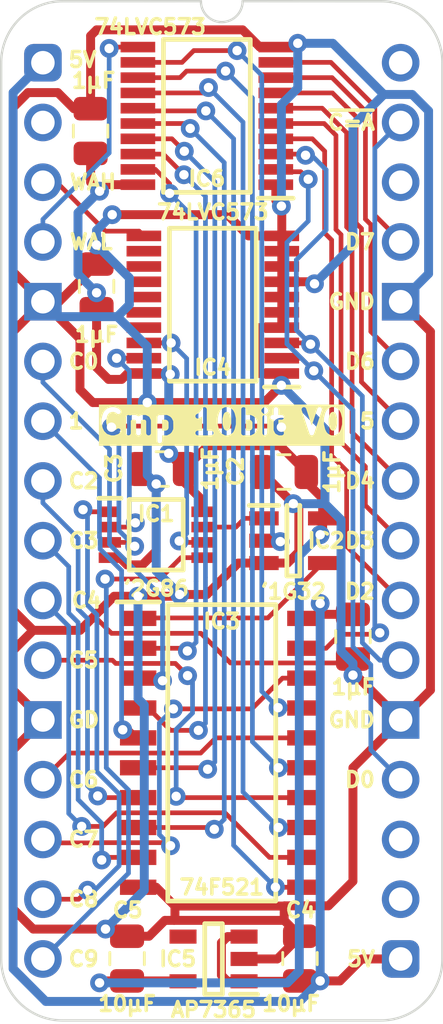
<source format=kicad_pcb>
(kicad_pcb (version 20240108) (generator "pcbnew") (generator_version "8.0")
  (title_block (title "Comparator 10bit") (date "2024-02-16") (rev "V0"))
  (layers (0 "F.Cu" signal) (31 "B.Cu" signal) (34 "B.Paste" user) (35 "F.Paste" user) (36 "B.SilkS" user "B.Silkscreen") (37 "F.SilkS" user "F.Silkscreen") (38 "B.Mask" user) (39 "F.Mask" user) (44 "Edge.Cuts" user))
  (net 0 "")
  (net 1 "GND")
  (net 2 "5V")
  (net 3 "/3.3V")
  (net 5 "C8")
  (net 6 "C9")
  (net 7 "~{C=A}")
  (net 8 "C2")
  (net 9 "C3")
  (net 10 "C0")
  (net 11 "C1")
  (net 12 "C7")
  (net 22 "C5")
  (net 23 "/A8")
  (net 24 "C4")
  (net 25 "/A9")
  (net 26 "/A0")
  (net 27 "C6")
  (net 28 "/A1")
  (net 29 "D1")
  (net 30 "/A2")
  (net 31 "D0")
  (net 32 "/A3")
  (net 33 "Write A High")
  (net 34 "/A4")
  (net 35 "D7")
  (net 36 "/A5")
  (net 37 "Write A Low")
  (net 38 "/A6")
  (net 39 "D3")
  (net 40 "/A7")
  (net 41 "D4")
  (net 42 "D2")
  (net 43 "D5")
  (net 44 "D6")
  (net 45 "/A9⊕C9")
  (net 46 "/A8⊕C8")
  (net 47 "/~{C_{8..9}=A_{8..9}}")
  (footprint "SamacSys_Parts:C_0805" (layer "F.Cu") (at 2.286 9.525)
    (property "Reference" "C11" (hide yes))
    (property "Value" "1μF")
  )
  (footprint "SamacSys_Parts:C_0805" (layer "F.Cu") (at 3.586 38.1)
    (property "Reference" "C5")
    (property "Value" "10µF")
  )
  (footprint "SamacSys_Parts:C_0805" (layer "F.Cu") (at 10.287 17.399 90)
    (property "Reference" "C2")
    (property "Value" "1μF")
  )
  (footprint "SamacSys_Parts:SOP65P640X110-20N" (layer "F.Cu") (at 6.985 2.26 180)
    (property "Reference" "IC6")
    (property "Value" "74LVC573APW,118" (hide yes))
  )
  (footprint "SamacSys_Parts:SOT95P275X110-5N" (layer "F.Cu") (at 10.668 20.32)
    (property "Reference" "IC2")
    (property "Value" "74LVC1G32GV,125" (hide yes))
  )
  (footprint "SamacSys_Parts:C_0805" (layer "F.Cu") (at 10.952 38.1)
    (property "Reference" "C4")
    (property "Value" "10µF")
  )
  (footprint "SamacSys_Parts:C_0805" (layer "F.Cu") (at 5.1 17.272 90)
    (property "Reference" "C3")
    (property "Value" "1μF")
  )
  (footprint "SamacSys_Parts:SOIC127P780X200-20N" (layer "F.Cu") (at 7.62 29.337)
    (property "Reference" "IC3")
    (property "Value" "SN74F521NSR" (hide yes))
  )
  (footprint "SamacSys_Parts:SOP65P640X110-20N" (layer "F.Cu") (at 7.239 10.287 180)
    (property "Reference" "IC4")
    (property "Value" "74LVC573APW,118" (hide yes))
  )
  (footprint "SamacSys_Parts:C_0805" (layer "F.Cu") (at 13.208 24.384 180)
    (property "Reference" "C12" (hide yes))
    (property "Value" "1μF")
  )
  (footprint "SamacSys_Parts:SOT95P285X130-5N" (layer "F.Cu") (at 7.269 38.1 180)
    (property "Reference" "IC5")
    (property "Value" "AP7365-33WG-7" (hide yes))
  )
  (footprint "SamacSys_Parts:DIP-32_Board_W15.24mm" (layer "F.Cu") (at 0 0)
    (property "Reference" "J1" (hide yes))
    (property "Value" "Conn_02x16_Counter_Clockwise" (hide yes))
    (fp_line (start -1.778 38.1) (end -1.778 0) (stroke (width 0.1)) (layer "Edge.Cuts"))
    (fp_line (start 6.731 -2.6162) (end 0.835732 -2.613732) (stroke (width 0.1)) (layer "Edge.Cuts"))
    (fp_line (start 14.404267 -2.613733) (end 8.509 -2.6162) (stroke (width 0.1)) (layer "Edge.Cuts"))
    (fp_line (start 14.404268 40.713732) (end 0.835733 40.713733) (stroke (width 0.1)) (layer "Edge.Cuts"))
    (fp_line (start 17.018 38.1) (end 17.017999 -0.000001) (stroke (width 0.1)) (layer "Edge.Cuts"))
    (fp_arc (start -1.778 0) (mid -1.012456 -1.848188) (end 0.835732 -2.613732) (stroke (width 0.1)) (layer "Edge.Cuts"))
    (fp_arc (start 0.835733 40.713733) (mid -1.012457 39.94819) (end -1.778 38.1) (stroke (width 0.1)) (layer "Edge.Cuts"))
    (fp_arc (start 8.509 -2.6162) (mid 7.62 -1.7272) (end 6.731 -2.6162) (stroke (width 0.1)) (layer "Edge.Cuts"))
    (fp_arc (start 14.404267 -2.613733) (mid 16.25245 -1.848186) (end 17.017999 -0.000001) (stroke (width 0.1)) (layer "Edge.Cuts"))
    (fp_arc (start 17.018 38.1) (mid 16.252456 39.948187) (end 14.404268 40.713732) (stroke (width 0.1)) (layer "Edge.Cuts"))
  )
  (footprint "SamacSys_Parts:SOP65P400X110-8N" (layer "F.Cu") (at 4.826 20.066)
    (property "Reference" "IC1")
    (property "Value" "74LVC2G86DP,125" (hide yes))
  )
  (footprint "SamacSys_Parts:C_0805" (layer "F.Cu") (at 2.032 2.921)
    (property "Reference" "C1" (hide yes))
    (property "Value" "1μF")
  )
  (footprint "SamacSys_Parts:PinHeader_1x16_P2.54mm_Vertical" (layer "B.Cu") (at 15.24 0 180)
    (property "Reference" "J3" (hide yes))
    (property "Value" "Pin_Header_01x16")
  )
  (footprint "SamacSys_Parts:PinHeader_1x16_P2.54mm_Vertical" (layer "B.Cu") (at 0 0 180)
    (property "Reference" "J2" (hide yes))
    (property "Value" "Pin_Header_01x16")
  )
  (gr_text "D0" (at 14.224 30.48 0) (layer "F.SilkS") (effects (font (size 0.635 0.635) (thickness 0.15) (bold yes)) (justify right)))
  (gr_text "D2" (at 14.224 22.479 0) (layer "F.SilkS") (effects (font (size 0.635 0.635) (thickness 0.15) (bold yes)) (justify right)))
  (gr_text "5" (at 14.224 15.24 0) (layer "F.SilkS") (effects (font (size 0.635 0.635) (thickness 0.15) (bold yes)) (justify right)))
  (gr_text "D6" (at 14.224 12.7 0) (layer "F.SilkS") (effects (font (size 0.635 0.635) (thickness 0.15) (bold yes)) (justify right)))
  (gr_text "C0" (at 1.016 12.7 0) (layer "F.SilkS") (effects (font (size 0.635 0.635) (thickness 0.15) (bold yes)) (justify left)))
  (gr_text "C2" (at 1.016 17.78 0) (layer "F.SilkS") (effects (font (size 0.635 0.635) (thickness 0.15) (bold yes)) (justify left)))
  (gr_text "C5" (at 1.016 25.4 0) (layer "F.SilkS") (effects (font (size 0.635 0.635) (thickness 0.15) (bold yes)) (justify left)))
  (gr_text "WAL" (at 1.0668 7.62 0) (layer "F.SilkS") (effects (font (size 0.635 0.635) (thickness 0.15) (bold yes)) (justify left)))
  (gr_text "C6" (at 1.016 30.48 0) (layer "F.SilkS") (effects (font (size 0.635 0.635) (thickness 0.15) (bold yes)) (justify left)))
  (gr_text "GND" (at 14.224 27.94 0) (layer "F.SilkS") (effects (font (size 0.635 0.635) (thickness 0.15) (bold yes)) (justify right)))
  (gr_text "C9" (at 1.016 38.1 0) (layer "F.SilkS") (effects (font (size 0.635 0.635) (thickness 0.15) (bold yes)) (justify left)))
  (gr_text "Cmp 10bit V0" (at 7.62 15.875 0) (layer "F.SilkS" knockout) (effects (font (size 1 1) (thickness 0.2) (bold yes)) (justify bottom)))
  (gr_text "D3\n" (at 14.224 20.32 0) (layer "F.SilkS") (effects (font (size 0.635 0.635) (thickness 0.15) (bold yes)) (justify right)))
  (gr_text "D4" (at 14.224 17.78 0) (layer "F.SilkS") (effects (font (size 0.635 0.635) (thickness 0.15) (bold yes)) (justify right)))
  (gr_text "WAH" (at 1.0668 5.08 0) (layer "F.SilkS") (effects (font (size 0.635 0.635) (thickness 0.15) (bold yes)) (justify left)))
  (gr_text "5V" (at 14.224 38.1 0) (layer "F.SilkS") (effects (font (size 0.635 0.635) (thickness 0.15) (bold yes)) (justify right)))
  (gr_text "GD" (at 1.016 27.94 0) (layer "F.SilkS") (effects (font (size 0.635 0.635) (thickness 0.15) (bold yes)) (justify left)))
  (gr_text "1" (at 1.016 15.24 0) (layer "F.SilkS") (effects (font (size 0.635 0.635) (thickness 0.15) (bold yes)) (justify left)))
  (gr_text "C3" (at 1.016 20.32 0) (layer "F.SilkS") (effects (font (size 0.635 0.635) (thickness 0.15) (bold yes)) (justify left)))
  (gr_text "C4" (at 1.143 22.86 0) (layer "F.SilkS") (effects (font (size 0.635 0.635) (thickness 0.15) (bold yes)) (justify left)))
  (gr_text "5V" (at 1.016 -0.127 0) (layer "F.SilkS") (effects (font (size 0.635 0.635) (thickness 0.15) (bold yes)) (justify left)))
  (gr_text "GND" (at 14.224 10.16 0) (layer "F.SilkS") (effects (font (size 0.635 0.635) (thickness 0.15) (bold yes)) (justify right)))
  (gr_text "C7" (at 1.016 33.02 0) (layer "F.SilkS") (effects (font (size 0.635 0.635) (thickness 0.15) (bold yes)) (justify left)))
  (gr_text "D7" (at 14.224 7.62 0) (layer "F.SilkS") (effects (font (size 0.635 0.635) (thickness 0.15) (bold yes)) (justify right)))
  (gr_text "C8" (at 1.016 35.56 0) (layer "F.SilkS") (effects (font (size 0.635 0.635) (thickness 0.15) (bold yes)) (justify left)))
  (gr_text "~{C=A}" (at 14.224 2.54 0) (layer "F.SilkS") (effects (font (size 0.635 0.635) (thickness 0.15) (bold yes)) (justify right)))
  (segment (start -0.635 1.27) (end 0.635 1.27) (width 0.38) (layer "F.Cu") (net 1))
  (segment (start -0.412915 36.83) (end 2.667 36.83) (width 0.38) (layer "F.Cu") (net 1))
  (segment (start 10.177 6.112994) (end 10.16 6.095994) (width 0.38) (layer "F.Cu") (net 1))
  (segment (start 9.923 5.858994) (end 10.16 6.095994) (width 0.38) (layer "F.Cu") (net 1))
  (segment (start 6.985 22.606) (end 5.824695 22.606) (width 0.38) (layer "F.Cu") (net 1))
  (segment (start 10.177 10.612) (end 10.177 9.962) (width 0.38) (layer "F.Cu") (net 1))
  (segment (start 0 10.16) (end 0.685 10.16) (width 0.38) (layer "F.Cu") (net 1))
  (segment (start 3.582406 21.34763) (end 4.236864 21.34763) (width 0.38) (layer "F.Cu") (net 1))
  (segment (start 10.177 13.699) (end 10.16 13.716) (width 0.38) (layer "F.Cu") (net 1))
  (segment (start 5.196 36.46) (end 5.588 36.46) (width 0.38) (layer "F.Cu") (net 1))
  (segment (start 2.286 8.559) (end 2.286 7.749884) (width 0.38) (layer "F.Cu") (net 1))
  (segment (start 0 10.16) (end -1.27 8.89) (width 0.38) (layer "F.Cu") (net 1))
  (segment (start 2.921 24.257) (end 2.189479 23.525479) (width 0.2) (layer "F.Cu") (net 1))
  (segment (start 2.286 -1.397) (end 8.509 -1.397) (width 0.38) (layer "F.Cu") (net 1))
  (segment (start 10.278 36.46) (end 10.278 35.851) (width 0.38) (layer "F.Cu") (net 1))
  (segment (start 4.134 17.272) (end 4.768519 17.906519) (width 0.38) (layer "F.Cu") (net 1))
  (segment (start 2.851 21.041) (end 3.275776 21.041) (width 0.38) (layer "F.Cu") (net 1))
  (segment (start 13.041 25.517) (end 7.991 25.517) (width 0.2) (layer "F.Cu") (net 1))
  (segment (start 10.668 18.746) (end 10.903 18.981) (width 0.38) (layer "F.Cu") (net 1))
  (segment (start 8.321 21.27) (end 6.985 22.606) (width 0.38) (layer "F.Cu") (net 1))
  (segment (start 10.952 37.134) (end 9.986 38.1) (width 0.38) (layer "F.Cu") (net 1))
  (segment (start 2.286 7.749884) (end 2.284877 7.748761) (width 0.38) (layer "F.Cu") (net 1))
  (segment (start 3.03426 22.680698) (end 4.052802 22.680698) (width 0.38) (layer "F.Cu") (net 1))
  (segment (start 15.24 10.16) (end 16.51 11.43) (width 0.38) (layer "F.Cu") (net 1))
  (segment (start 10.177 13.212) (end 9.0595 13.212) (width 0.38) (layer "F.Cu") (net 1))
  (segment (start 10.177 7.362) (end 10.177 6.112994) (width 0.38) (layer "F.Cu") (net 1))
  (segment (start -1.27 1.905) (end -0.635 1.27) (width 0.38) (layer "F.Cu") (net 1))
  (segment (start 9.0495 13.202) (end 9.0495 11.297) (width 0.38) (layer "F.Cu") (net 1))
  (segment (start 4.768519 17.906519) (end 4.826 17.906519) (width 0.38) (layer "F.Cu") (net 1))
  (segment (start 1.579 13.898) (end 2.1283 14.4473) (width 0.38) (layer "F.Cu") (net 1))
  (segment (start -1.27 29.21) (end -1.27 35.972915) (width 0.38) (layer "F.Cu") (net 1))
  (segment (start 2.032 1.955) (end 2.032 -1.143) (width 0.38) (layer "F.Cu") (net 1))
  (segment (start 4.445483 14.4473) (end 9.4287 14.4473) (width 0.38) (layer "F.Cu") (net 1))
  (segment (start 10.177 8.012) (end 10.177 7.362) (width 0.38) (layer "F.Cu") (net 1))
  (segment (start 9.923 -0.665) (end 10.698 -0.665) (width 0.38) (layer "F.Cu") (net 1))
  (segment (start 9.0595 13.212) (end 9.0495 13.202) (width 0.38) (layer "F.Cu") (net 1))
  (segment (start -0.412915 24.13) (end -1.27 23.272915) (width 0.38) (layer "F.Cu") (net 1))
  (segment (start 10.177 8.662) (end 10.177 8.012) (width 0.38) (layer "F.Cu") (net 1))
  (segment (start 9.0845 11.262) (end 10.177 11.262) (width 0.38) (layer "F.Cu") (net 1))
  (segment (start 1.584958 24.13) (end 3.03426 22.680698) (width 0.38) (layer "F.Cu") (net 1))
  (segment (start 10.177 9.962) (end 10.177 9.312) (width 0.38) (layer "F.Cu") (net 1))
  (segment (start 0.635 1.27) (end 1.32 1.955) (width 0.38) (layer "F.Cu") (net 1))
  (segment (start 10.903 18.981) (end 10.903 20.79) (width 0.38) (layer "F.Cu") (net 1))
  (segment (start 6.731 24.257) (end 2.921 24.257) (width 0.2) (layer "F.Cu") (net 1))
  (segment (start 4.052802 22.680698) (end 5.749997 22.680698) (width 0.38) (layer "F.Cu") (net 1))
  (segment (start 10.278 35.851) (end 10.287 35.842) (width 0.38) (layer "F.Cu") (net 1))
  (segment (start -1.27 35.972915) (end -0.412915 36.83) (width 0.38) (layer "F.Cu") (net 1))
  (segment (start 12.164 35.842) (end 13.208 34.798) (width 0.38) (layer "F.Cu") (net 1))
  (segment (start 0.685 10.16) (end 2.286 8.559) (width 0.38) (layer "F.Cu") (net 1))
  (segment (start 13.334998 26.034998) (end 13.208 26.034998) (width 0.38) (layer "F.Cu") (net 1))
  (segment (start -0.412915 24.13) (end 1.584958 24.13) (width 0.38) (layer "F.Cu") (net 1))
  (segment (start 10.903 20.79) (end 10.423 21.27) (width 0.38) (layer "F.Cu") (net 1))
  (segment (start 4.236864 21.34763) (end 4.826 20.758494) (width 0.38) (layer "F.Cu") (net 1))
  (segment (start 9.418 21.27) (end 8.321 21.27) (width 0.38) (layer "F.Cu") (net 1))
  (segment (start 10.177 9.312) (end 10.177 8.662) (width 0.38) (layer "F.Cu") (net 1))
  (segment (start 13.208 29.972) (end 13.208 34.798) (width 0.38) (layer "F.Cu") (net 1))
  (segment (start 10.278 36.46) (end 10.952 37.134) (width 0.38) (layer "F.Cu") (net 1))
  (segment (start 2.032 -1.143) (end 2.286 -1.397) (width 0.38) (layer "F.Cu") (net 1))
  (segment (start -1.27 24.987085) (end -1.27 26.67) (width 0.38) (layer "F.Cu") (net 1))
  (segment (start 10.287 35.842) (end 12.164 35.842) (width 0.38) (layer "F.Cu") (net 1))
  (segment (start 9.6645 7.362) (end 8.759 7.362) (width 0.38) (layer "F.Cu") (net 1))
  (segment (start 8.759 7.362) (end 7.856561 6.459561) (width 0.38) (layer "F.Cu") (net 1))
  (segment (start 5.588 36.46) (end 10.278 36.46) (width 0.38) (layer "F.Cu") (net 1))
  (segment (start 3.586 37.134) (end 4.522 37.134) (width 0.38) (layer "F.Cu") (net 1))
  (segment (start 5.625 36.423) (end 5.588 36.46) (width 0.38) (layer "F.Cu") (net 1))
  (segment (start 10.177 9.312) (end 11.483 9.312) (width 0.38) (layer "F.Cu") (net 1))
  (segment (start 10.698 -0.665) (end 10.8585 -0.8255) (width 0.38) (layer "F.Cu") (net 1))
  (segment (start 2.1283 14.4473) (end 4.445483 14.4473) (width 0.38) (layer "F.Cu") (net 1))
  (segment (start 3.275776 21.041) (end 3.582406 21.34763) (width 0.38) (layer "F.Cu") (net 1))
  (segment (start 0 27.94) (end -1.27 29.21) (width 0.38) (layer "F.Cu") (net 1))
  (segment (start 9.241 -0.665) (end 9.923 -0.665) (width 0.38) (layer "F.Cu") (net 1))
  (segment (start -0.412915 24.13) (end -1.27 24.987085) (width 0.38) (layer "F.Cu") (net 1))
  (segment (start 4.826 35.052) (end 5.625 35.851) (width 0.38) (layer "F.Cu") (net 1))
  (segment (start -1.27 26.67) (end 0 27.94) (width 0.38) (layer "F.Cu") (net 1))
  (segment (start 1.32 1.955) (end 2.032 1.955) (width 0.38) (layer "F.Cu") (net 1))
  (segment (start 7.856561 6.459561) (end 2.952774 6.459561) (width 0.38) (layer "F.Cu") (net 1))
  (segment (start 4.522 37.134) (end 5.196 36.46) (width 0.38) (layer "F.Cu") (net 1))
  (segment (start 8.509 -1.397) (end 9.241 -0.665) (width 0.38) (layer "F.Cu") (net 1))
  (segment (start 10.668 18.746) (end 9.321 17.399) (width 0.38) (layer "F.Cu") (net 1))
  (segment (start 5.625 35.851) (end 5.625 36.423) (width 0.38) (layer "F.Cu") (net 1))
  (segment (start 15.24 27.94) (end 13.208 29.972) (width 0.38) (layer "F.Cu") (net 1))
  (segment (start 16.51 11.43) (end 16.51 26.67) (width 0.38) (layer "F.Cu") (net 1))
  (segment (start 10.177 13.212) (end 10.177 13.699) (width 0.38) (layer "F.Cu") (net 1))
  (segment (start -1.27 11.43) (end 0 10.16) (width 0.38) (layer "F.Cu") (net 1))
  (segment (start 5.625 35.851) (end 10.278 35.851) (width 0.38) (layer "F.Cu") (net 1))
  (segment (start 9.4287 14.4473) (end 10.16 13.716) (width 0.38) (layer "F.Cu") (net 1))
  (segment (start 4.058 35.052) (end 4.826 35.052) (width 0.38) (layer "F.Cu") (net 1))
  (segment (start 9.923 5.185) (end 9.923 5.858994) (width 0.38) (layer "F.Cu") (net 1))
  (segment (start 10.177 11.262) (end 10.177 10.612) (width 0.38) (layer "F.Cu") (net 1))
  (segment (start 3.128 36.83) (end 2.667 36.83) (width 0.38) (layer "F.Cu") (net 1))
  (segment (start 0 10.16) (end 1.579 11.739) (width 0.38) (layer "F.Cu") (net 1))
  (segment (start 11.483 9.312) (end 11.569 9.398) (width 0.38) (layer "F.Cu") (net 1))
  (segment (start 7.991 25.517) (end 6.731 24.257) (width 0.2) (layer "F.Cu") (net 1))
  (segment (start 9.986 38.1) (end 8.569 38.1) (width 0.38) (layer "F.Cu") (net 1))
  (segment (start 15.24 27.94) (end 13.334998 26.034998) (width 0.38) (layer "F.Cu") (net 1))
  (segment (start 9.0495 11.297) (end 9.0845 11.262) (width 0.38) (layer "F.Cu") (net 1))
  (segment (start 10.423 21.27) (end 9.418 21.27) (width 0.38) (layer "F.Cu") (net 1))
  (segment (start 13.208 26.034998) (end 13.208 25.35) (width 0.38) (layer "F.Cu") (net 1))
  (segment (start 5.749997 22.680698) (end 5.824695 22.606) (width 0.38) (layer "F.Cu") (net 1))
  (segment (start 1.579 11.739) (end 1.579 13.898) (width 0.38) (layer "F.Cu") (net 1))
  (segment (start -1.27 8.89) (end -1.27 1.905) (width 0.38) (layer "F.Cu") (net 1))
  (segment (start 4.826 20.758494) (end 4.826 17.906519) (width 0.38) (layer "F.Cu") (net 1))
  (segment (start 16.51 26.67) (end 15.24 27.94) (width 0.38) (layer "F.Cu") (net 1))
  (segment (start -1.27 23.272915) (end -1.27 11.43) (width 0.38) (layer "F.Cu") (net 1))
  (via (at 5.824695 22.606) (size 0.8) (drill 0.4) (layers "F.Cu" "B.Cu") (net 1))
  (via (at 13.208 26.034998) (size 0.8) (drill 0.4) (layers "F.Cu" "B.Cu") (net 1))
  (via (at 4.052802 22.680698) (size 0.8) (drill 0.4) (layers "F.Cu" "B.Cu") (net 1))
  (via (at 4.826 17.906519) (size 0.8) (drill 0.4) (layers "F.Cu" "B.Cu") (net 1))
  (via (at 4.445483 14.4473) (size 0.8) (drill 0.4) (layers "F.Cu" "B.Cu") (net 1))
  (via (at 10.16 13.716) (size 0.8) (drill 0.4) (layers "F.Cu" "B.Cu") (net 1))
  (via (at 10.8585 -0.8255) (size 0.8) (drill 0.4) (layers "F.Cu" "B.Cu") (net 1))
  (via (at 2.667 36.83) (size 0.8) (drill 0.4) (layers "F.Cu" "B.Cu") (net 1))
  (via (at 10.668 18.746) (size 0.8) (drill 0.4) (layers "F.Cu" "B.Cu") (net 1))
  (via (at 2.952774 6.459561) (size 0.8) (drill 0.4) (layers "F.Cu" "B.Cu") (net 1))
  (via (at 11.569 9.398) (size 0.8) (drill 0.4) (layers "F.Cu" "B.Cu") (net 1))
  (via (at 2.284877 7.748761) (size 0.8) (drill 0.4) (layers "F.Cu" "B.Cu") (net 1))
  (via (at 10.16 6.095994) (size 0.8) (drill 0.4) (layers "F.Cu" "B.Cu") (net 1))
  (segment (start 10.668 18.746) (end 12.015 18.746) (width 0.38) (layer "B.Cu") (net 1))
  (segment (start 4.052802 22.680698) (end 4.052802 27.039802) (width 0.38) (layer "B.Cu") (net 1))
  (segment (start 12.7 25.019) (end 13.208 25.527) (width 0.38) (layer "B.Cu") (net 1))
  (segment (start 13.208 2.667) (end 13.208 7.759) (width 0.38) (layer "B.Cu") (net 1))
  (segment (start 12.7 19.431) (end 12.7 25.019) (width 0.38) (layer "B.Cu") (net 1))
  (segment (start 12.015 18.746) (end 12.015 15.571) (width 0.38) (layer "B.Cu") (net 1))
  (segment (start 4.445483 14.4473) (end 4.445483 17.526002) (width 0.38) (layer "B.Cu") (net 1))
  (segment (start 4.445483 17.526002) (end 4.826 17.906519) (width 0.38) (layer "B.Cu") (net 1))
  (segment (start 4.826 21.607305) (end 4.826 17.906519) (width 0.38) (layer "B.Cu") (net 1))
  (segment (start 15.24 10.16) (end 16.43 8.97) (width 0.38) (layer "B.Cu") (net 1))
  (segment (start 0.635 10.795) (end 3.175 10.795) (width 0.38) (layer "B.Cu") (net 1))
  (segment (start 13.208 25.527) (end 13.208 26.034998) (width 0.38) (layer "B.Cu") (net 1))
  (segment (start 16.43 2.047085) (end 15.732915 1.35) (width 0.38) (layer "B.Cu") (net 1))
  (segment (start 12.3495 -0.8255) (end 10.8585 -0.8255) (width 0.38) (layer "B.Cu") (net 1))
  (segment (start 10.16 6.095994) (end 10.16 1.778) (width 0.38) (layer "B.Cu") (net 1))
  (segment (start 3.175 10.795) (end 3.683 10.287) (width 0.38) (layer "B.Cu") (net 1))
  (segment (start 14.525 1.35) (end 13.208 2.667) (width 0.38) (layer "B.Cu") (net 1))
  (segment (start 5.824695 22.606) (end 4.826 21.607305) (width 0.38) (layer "B.Cu") (net 1))
  (segment (start 4.445483 14.4473) (end 4.445483 12.065483) (width 0.38) (layer "B.Cu") (net 1))
  (segment (start 13.208 7.759) (end 11.569 9.398) (width 0.38) (layer "B.Cu") (net 1))
  (segment (start 12.015 18.746) (end 12.7 19.431) (width 0.38) (layer "B.Cu") (net 1))
  (segment (start 12.015 15.571) (end 10.16 13.716) (width 0.38) (layer "B.Cu") (net 1))
  (segment (start 2.667 36.83) (end 4.318 35.179) (width 0.38) (layer "B.Cu") (net 1))
  (segment (start 4.445483 12.065483) (end 3.175 10.795) (width 0.38) (layer "B.Cu") (net 1))
  (segment (start 3.683 10.287) (end 3.683 9.146884) (width 0.38) (layer "B.Cu") (net 1))
  (segment (start 10.8585 1.0795) (end 10.8585 -0.8255) (width 0.38) (layer "B.Cu") (net 1))
  (segment (start 0 10.16) (end 0.635 10.795) (width 0.38) (layer "B.Cu") (net 1))
  (segment (start 10.16 1.778) (end 10.8585 1.0795) (width 0.38) (layer "B.Cu") (net 1))
  (segment (start 14.525 1.35) (end 12.3495 -0.8255) (width 0.38) (layer "B.Cu") (net 1))
  (segment (start 2.284877 7.127458) (end 2.284877 7.748761) (width 0.38) (layer "B.Cu") (net 1))
  (segment (start 15.732915 1.35) (end 14.525 1.35) (width 0.38) (layer "B.Cu") (net 1))
  (segment (start 4.052802 27.039802) (end 4.318 27.305) (width 0.38) (layer "B.Cu") (net 1))
  (segment (start 2.952774 6.459561) (end 2.284877 7.127458) (width 0.38) (layer "B.Cu") (net 1))
  (segment (start 3.683 9.146884) (end 2.284877 7.748761) (width 0.38) (layer "B.Cu") (net 1))
  (segment (start 16.43 8.97) (end 16.43 2.047085) (width 0.38) (layer "B.Cu") (net 1))
  (segment (start 4.318 35.179) (end 4.318 27.305) (width 0.38) (layer "B.Cu") (net 1))
  (segment (start 11.856 23.45) (end 11.811 23.495) (width 0.38) (layer "F.Cu") (net 2))
  (segment (start 13.589 38.1) (end 12.655 39.034) (width 0.38) (layer "F.Cu") (net 2))
  (segment (start 8.569 39.05) (end 7.864 39.05) (width 0.38) (layer "F.Cu") (net 2))
  (segment (start 7.604 38.79) (end 7.604 37.41) (width 0.38) (layer "F.Cu") (net 2))
  (segment (start 12.655 39.034) (end 11.811 39.034) (width 0.38) (layer "F.Cu") (net 2))
  (segment (start 11.811 23.495) (end 11.811 22.98699) (width 0.38) (layer "F.Cu") (net 2))
  (segment (start 10.952 39.034) (end 11.811 39.034) (width 0.38) (layer "F.Cu") (net 2))
  (segment (start 8.569 39.05) (end 10.936 39.05) (width 0.38) (layer "F.Cu") (net 2))
  (segment (start 15.24 38.1) (end 13.589 38.1) (width 0.38) (layer "F.Cu") (net 2))
  (segment (start 7.604 37.41) (end 7.864 37.15) (width 0.38) (layer "F.Cu") (net 2))
  (segment (start 7.864 37.15) (end 8.569 37.15) (width 0.38) (layer "F.Cu") (net 2))
  (segment (start 13.208 23.45) (end 11.856 23.45) (width 0.38) (layer "F.Cu") (net 2))
  (segment (start 7.864 39.05) (end 7.604 38.79) (width 0.38) (layer "F.Cu") (net 2))
  (via (at 11.811 39.034) (size 0.8) (drill 0.4) (layers "F.Cu" "B.Cu") (net 2))
  (via (at 11.811 22.98699) (size 0.8) (drill 0.4) (layers "F.Cu" "B.Cu") (net 2))
  (segment (start 11.811 39.034) (end 11.811 22.98699) (width 0.38) (layer "B.Cu") (net 2))
  (segment (start 10.939 39.906) (end 11.811 39.034) (width 0.38) (layer "B.Cu") (net 2))
  (segment (start 0.123085 39.906) (end 10.939 39.906) (width 0.38) (layer "B.Cu") (net 2))
  (segment (start 0 0) (end -1.27 1.27) (width 0.38) (layer "B.Cu") (net 2))
  (segment (start -1.27 38.512915) (end 0.123085 39.906) (width 0.38) (layer "B.Cu") (net 2))
  (segment (start -1.27 1.27) (end -1.27 38.512915) (width 0.38) (layer "B.Cu") (net 2))
  (segment (start 6.034 17.272) (end 7.022 16.284) (width 0.38) (layer "F.Cu") (net 3))
  (segment (start 4.047 5.185) (end 2.689 5.185) (width 0.38) (layer "F.Cu") (net 3))
  (segment (start 2.032 3.855) (end 2.032 5.08) (width 0.38) (layer "F.Cu") (net 3))
  (segment (start 2.689 5.185) (end 2.413 5.461) (width 0.38) (layer "F.Cu") (net 3))
  (segment (start 2.286 9.779026) (end 2.286026 9.779) (width 0.38) (layer "F.Cu") (net 3))
  (segment (start 2.286026 12.954) (end 2.794052 13.462026) (width 0.38) (layer "F.Cu") (net 3))
  (segment (start 2.495 39.034) (end 2.413 39.116) (width 0.38) (layer "F.Cu") (net 3))
  (segment (start 2.032 5.08) (end 2.413 5.461) (width 0.38) (layer "F.Cu") (net 3))
  (segment (start 6.801 18.612) (end 6.801 19.091) (width 0.38) (layer "F.Cu") (net 3))
  (segment (start 2.794052 13.462026) (end 3.357176 13.462026) (width 0.38) (layer "F.Cu") (net 3))
  (segment (start 3.607202 13.212) (end 4.301 13.212) (width 0.38) (layer "F.Cu") (net 3))
  (segment (start 10.106 16.284) (end 11.221 17.399) (width 0.38) (layer "F.Cu") (net 3))
  (segment (start 7.022 16.284) (end 10.106 16.284) (width 0.38) (layer "F.Cu") (net 3))
  (segment (start 11.221 17.825) (end 11.918 18.522) (width 0.38) (layer "F.Cu") (net 3))
  (segment (start 3.586 39.034) (end 5.953 39.034) (width 0.38) (layer "F.Cu") (net 3))
  (segment (start 6.023388 17.272) (end 5.361188 16.6098) (width 0.38) (layer "F.Cu") (net 3))
  (segment (start 2.286 10.459) (end 2.286 9.779026) (width 0.38) (layer "F.Cu") (net 3))
  (segment (start 5.390505 13.212) (end 4.301 13.212) (width 0.38) (layer "F.Cu") (net 3))
  (segment (start 2.286026 9.779) (end 2.286026 12.954) (width 0.38) (layer "F.Cu") (net 3))
  (segment (start 3.586 39.034) (end 2.495 39.034) (width 0.38) (layer "F.Cu") (net 3))
  (segment (start 5.424694 13.246189) (end 5.390505 13.212) (width 0.38) (layer "F.Cu") (net 3))
  (segment (start 11.918 19.958996) (end 11.810998 20.065998) (width 0.38) (layer "F.Cu") (net 3))
  (segment (start 6.034 17.845) (end 6.801 18.612) (width 0.38) (layer "F.Cu") (net 3))
  (segment (start 3.357176 13.462026) (end 3.607202 13.212) (width 0.38) (layer "F.Cu") (net 3))
  (segment (start 11.918 18.522) (end 11.918 19.37) (width 0.38) (layer "F.Cu") (net 3))
  (segment (start 6.034 17.272) (end 6.034 17.845) (width 0.38) (layer "F.Cu") (net 3))
  (segment (start 11.918 19.37) (end 11.918 19.958996) (width 0.38) (layer "F.Cu") (net 3))
  (via (at 5.424694 13.246189) (size 0.8) (drill 0.4) (layers "F.Cu" "B.Cu") (net 3))
  (via (at 2.413 39.116) (size 0.8) (drill 0.4) (layers "F.Cu" "B.Cu") (net 3))
  (via (at 2.286026 9.779) (size 0.8) (drill 0.4) (layers "F.Cu" "B.Cu") (net 3))
  (via (at 2.413 5.461) (size 0.8) (drill 0.4) (layers "F.Cu" "B.Cu") (net 3))
  (via (at 5.361188 16.6098) (size 0.8) (drill 0.4) (layers "F.Cu" "B.Cu") (net 3))
  (via (at 11.810998 20.065998) (size 0.8) (drill 0.4) (layers "F.Cu" "B.Cu") (net 3))
  (segment (start 10.922 20.954996) (end 11.810998 20.065998) (width 0.38) (layer "B.Cu") (net 3))
  (segment (start 10.922 38.608) (end 10.922 20.954996) (width 0.38) (layer "B.Cu") (net 3))
  (segment (start 10.414 39.116) (end 10.922 38.608) (width 0.38) (layer "B.Cu") (net 3))
  (segment (start 2.413 39.116) (end 10.414 39.116) (width 0.38) (layer "B.Cu") (net 3))
  (segment (start 5.361188 13.309695) (end 5.361188 16.6098) (width 0.38) (layer "B.Cu") (net 3))
  (segment (start 5.424694 13.246189) (end 5.361188 13.309695) (width 0.38) (layer "B.Cu") (net 3))
  (segment (start 1.494877 6.379123) (end 2.413 5.461) (width 0.38) (layer "B.Cu") (net 3))
  (segment (start 1.494877 8.987851) (end 1.494877 6.379123) (width 0.38) (layer "B.Cu") (net 3))
  (segment (start 2.286026 9.779) (end 1.494877 8.987851) (width 0.38) (layer "B.Cu") (net 3))
  (segment (start 0 35.56) (end 1.524 35.56) (width 0.2) (layer "F.Cu") (net 5))
  (segment (start 1.800949 19.091) (end 1.708998 18.999049) (width 0.2) (layer "F.Cu") (net 5))
  (segment (start 1.524 35.56) (end 1.905 35.179) (width 0.2) (layer "F.Cu") (net 5))
  (segment (start 2.851 19.091) (end 1.800949 19.091) (width 0.2) (layer "F.Cu") (net 5))
  (via (at 1.905 35.179) (size 0.8) (drill 0.4) (layers "F.Cu" "B.Cu") (net 5))
  (via (at 1.708998 18.999049) (size 0.8) (drill 0.4) (layers "F.Cu" "B.Cu") (net 5))
  (segment (start 2.20785 35.179) (end 3.245 34.14185) (width 0.2) (layer "B.Cu") (net 5))
  (segment (start 1.9 19.190051) (end 1.708998 18.999049) (width 0.2) (layer "B.Cu") (net 5))
  (segment (start 2.3 30.139048) (end 2.3 23.462943) (width 0.2) (layer "B.Cu") (net 5))
  (segment (start 1.9 23.062943) (end 1.9 19.190051) (width 0.2) (layer "B.Cu") (net 5))
  (segment (start 1.905 35.179) (end 2.20785 35.179) (width 0.2) (layer "B.Cu") (net 5))
  (segment (start 2.3 23.462943) (end 1.9 23.062943) (width 0.2) (layer "B.Cu") (net 5))
  (segment (start 3.245 34.14185) (end 3.245 31.084048) (width 0.2) (layer "B.Cu") (net 5))
  (segment (start 3.245 31.084048) (end 2.3 30.139048) (width 0.2) (layer "B.Cu") (net 5))
  (segment (start 4.974756 21.949244) (end 2.648484 21.949244) (width 0.2) (layer "F.Cu") (net 6))
  (segment (start 6.801 21.041) (end 5.883 21.041) (width 0.2) (layer "F.Cu") (net 6))
  (segment (start 5.883 21.041) (end 4.974756 21.949244) (width 0.2) (layer "F.Cu") (net 6))
  (via (at 2.648484 21.949244) (size 0.8) (drill 0.4) (layers "F.Cu" "B.Cu") (net 6))
  (segment (start 3.645 34.455) (end 3.645 30.918363) (width 0.2) (layer "B.Cu") (net 6))
  (segment (start 3.645 30.918363) (end 2.700001 29.973364) (width 0.2) (layer "B.Cu") (net 6))
  (segment (start 2.700001 22.000761) (end 2.648484 21.949244) (width 0.2) (layer "B.Cu") (net 6))
  (segment (start 2.700001 29.973364) (end 2.700001 22.000761) (width 0.2) (layer "B.Cu") (net 6))
  (segment (start 0 38.1) (end 3.645 34.455) (width 0.2) (layer "B.Cu") (net 6))
  (segment (start 12.65939 24.29761) (end 14.288934 24.29761) (width 0.2) (layer "F.Cu") (net 7))
  (segment (start 11.182 24.892) (end 12.065 24.892) (width 0.2) (layer "F.Cu") (net 7))
  (segment (start 12.065 24.892) (end 12.65939 24.29761) (width 0.2) (layer "F.Cu") (net 7))
  (segment (start 14.288934 24.29761) (end 14.351 24.235544) (width 0.2) (layer "F.Cu") (net 7))
  (via (at 14.351 24.235544) (size 0.8) (drill 0.4) (layers "F.Cu" "B.Cu") (net 7))
  (segment (start 14.14 24.024544) (end 14.351 24.235544) (width 0.2) (layer "B.Cu") (net 7))
  (segment (start 14.14 3.64) (end 14.14 24.024544) (width 0.2) (layer "B.Cu") (net 7))
  (segment (start 15.24 2.54) (end 14.14 3.64) (width 0.2) (layer "B.Cu") (net 7))
  (segment (start 2.406901 31.242) (end 2.336105 31.171204) (width 0.2) (layer "F.Cu") (net 8))
  (segment (start 4.058 31.242) (end 2.406901 31.242) (width 0.2) (layer "F.Cu") (net 8))
  (via (at 2.336105 31.171204) (size 0.8) (drill 0.4) (layers "F.Cu" "B.Cu") (net 8))
  (segment (start 1.5 23.228629) (end 1.9 23.628629) (width 0.2) (layer "B.Cu") (net 8))
  (segment (start 1.5 20.215058) (end 1.5 23.228629) (width 0.2) (layer "B.Cu") (net 8))
  (segment (start 0 18.715058) (end 1.5 20.215058) (width 0.2) (layer "B.Cu") (net 8))
  (segment (start 0 17.78) (end 0 18.715058) (width 0.2) (layer "B.Cu") (net 8))
  (segment (start 1.9 30.735099) (end 2.336105 31.171204) (width 0.2) (layer "B.Cu") (net 8))
  (segment (start 1.9 23.628629) (end 1.9 30.735099) (width 0.2) (layer "B.Cu") (net 8))
  (segment (start 4.058 33.782) (end 2.6149 33.782) (width 0.2) (layer "F.Cu") (net 9))
  (segment (start 2.6149 33.782) (end 2.504127 33.892773) (width 0.2) (layer "F.Cu") (net 9))
  (via (at 2.504127 33.892773) (size 0.8) (drill 0.4) (layers "F.Cu" "B.Cu") (net 9))
  (segment (start 2.504127 32.329177) (end 2.504127 33.892773) (width 0.2) (layer "B.Cu") (net 9))
  (segment (start 1.5 23.794315) (end 1.5 31.32505) (width 0.2) (layer "B.Cu") (net 9))
  (segment (start 1.1 21.42) (end 1.100001 23.394315) (width 0.2) (layer "B.Cu") (net 9))
  (segment (start 0 20.32) (end 1.1 21.42) (width 0.2) (layer "B.Cu") (net 9))
  (segment (start 1.100001 23.394315) (end 1.5 23.794315) (width 0.2) (layer "B.Cu") (net 9))
  (segment (start 1.5 31.32505) (end 2.504127 32.329177) (width 0.2) (layer "B.Cu") (net 9))
  (segment (start 4.058 26.162) (end 4.987794 26.162) (width 0.2) (layer "F.Cu") (net 10))
  (segment (start 4.987794 26.162) (end 5.097396 26.271602) (width 0.2) (layer "F.Cu") (net 10))
  (via (at 5.097396 26.271602) (size 0.8) (drill 0.4) (layers "F.Cu" "B.Cu") (net 10))
  (segment (start 2.837 20.474945) (end 5.097396 22.735341) (width 0.2) (layer "B.Cu") (net 10))
  (segment (start 2.837 16.426) (end 2.837 20.474945) (width 0.2) (layer "B.Cu") (net 10))
  (segment (start 5.097396 22.735341) (end 5.097396 26.271602) (width 0.2) (layer "B.Cu") (net 10))
  (segment (start 0 13.589) (end 2.837 16.426) (width 0.2) (layer "B.Cu") (net 10))
  (segment (start 0 12.7) (end 0 13.589) (width 0.2) (layer "B.Cu") (net 10))
  (segment (start 3.712502 28.356502) (end 3.400002 28.356502) (width 0.2) (layer "F.Cu") (net 11))
  (segment (start 4.058 28.702) (end 3.712502 28.356502) (width 0.2) (layer "F.Cu") (net 11))
  (via (at 3.400002 28.356502) (size 0.8) (drill 0.4) (layers "F.Cu" "B.Cu") (net 11))
  (segment (start 3.352802 28.309302) (end 3.400002 28.356502) (width 0.2) (layer "B.Cu") (net 11))
  (segment (start 2.409003 17.649003) (end 2.409003 20.179329) (width 0.2) (layer "B.Cu") (net 11))
  (segment (start 3.352802 21.591648) (end 3.352802 28.309302) (width 0.2) (layer "B.Cu") (net 11))
  (segment (start 0 15.24) (end 2.409003 17.649003) (width 0.2) (layer "B.Cu") (net 11))
  (segment (start 2.437 20.675846) (end 3.352802 21.591648) (width 0.2) (layer "B.Cu") (net 11))
  (segment (start 2.437 20.207325) (end 2.437 20.675846) (width 0.2) (layer "B.Cu") (net 11))
  (segment (start 2.409003 20.179329) (end 2.437 20.207325) (width 0.2) (layer "B.Cu") (net 11))
  (segment (start 2.425635 33.166) (end 0.146 33.166) (width 0.2) (layer "F.Cu") (net 12))
  (segment (start 11.182 26.162) (end 10.207 26.162) (width 0.2) (layer "F.Cu") (net 12))
  (segment (start 5.305417 33.157) (end 2.434635 33.157) (width 0.2) (layer "F.Cu") (net 12))
  (segment (start 2.434635 33.157) (end 2.425635 33.166) (width 0.2) (layer "F.Cu") (net 12))
  (segment (start 8.899956 27.469044) (end 5.558097 27.469044) (width 0.2) (layer "F.Cu") (net 12))
  (segment (start 10.207 26.162) (end 8.899956 27.469044) (width 0.2) (layer "F.Cu") (net 12))
  (segment (start 5.435417 33.287) (end 5.305417 33.157) (width 0.2) (layer "F.Cu") (net 12))
  (via (at 5.558097 27.469044) (size 0.8) (drill 0.4) (layers "F.Cu" "B.Cu") (net 12))
  (via (at 5.435417 33.287) (size 0.8) (drill 0.4) (layers "F.Cu" "B.Cu") (net 12))
  (segment (start 4.961 28.066141) (end 5.558097 27.469044) (width 0.2) (layer "B.Cu") (net 12))
  (segment (start 5.435417 33.287) (end 4.961 32.812583) (width 0.2) (layer "B.Cu") (net 12))
  (segment (start 4.961 32.812583) (end 4.961 28.066141) (width 0.2) (layer "B.Cu") (net 12))
  (segment (start 0 25.4) (end 2.963 25.4) (width 0.2) (layer "F.Cu") (net 22))
  (segment (start 3.1 25.537) (end 5.64408 25.537) (width 0.2) (layer "F.Cu") (net 22))
  (segment (start 2.963 25.4) (end 3.1 25.537) (width 0.2) (layer "F.Cu") (net 22))
  (segment (start 11.182 31.242) (end 5.731345 31.242) (width 0.2) (layer "F.Cu") (net 22))
  (segment (start 5.64408 25.537) (end 6.164034 26.056954) (width 0.2) (layer "F.Cu") (net 22))
  (segment (start 5.731345 31.242) (end 5.676345 31.187) (width 0.2) (layer "F.Cu") (net 22))
  (via (at 5.676345 31.187) (size 0.8) (drill 0.4) (layers "F.Cu" "B.Cu") (net 22))
  (via (at 6.164034 26.056954) (size 0.8) (drill 0.4) (layers "F.Cu" "B.Cu") (net 22))
  (segment (start 6.373962 27.64313) (end 6.373962 26.266882) (width 0.2) (layer "B.Cu") (net 22))
  (segment (start 5.676345 31.187) (end 5.676345 28.340747) (width 0.2) (layer "B.Cu") (net 22))
  (segment (start 5.676345 28.340747) (end 6.373962 27.64313) (width 0.2) (layer "B.Cu") (net 22))
  (segment (start 6.373962 26.266882) (end 6.164034 26.056954) (width 0.2) (layer "B.Cu") (net 22))
  (segment (start 3.139973 12.562) (end 4.301 12.562) (width 0.2) (layer "F.Cu") (net 23))
  (segment (start 3.139972 12.562001) (end 3.139973 12.562) (width 0.2) (layer "F.Cu") (net 23))
  (segment (start 2.851 19.741) (end 3.754 19.741) (width 0.2) (layer "F.Cu") (net 23))
  (segment (start 3.754 19.741) (end 3.937 19.558) (width 0.2) (layer "F.Cu") (net 23))
  (via (at 3.139972 12.562001) (size 0.8) (drill 0.4) (layers "F.Cu" "B.Cu") (net 23))
  (via (at 3.937 19.558) (size 0.8) (drill 0.4) (layers "F.Cu" "B.Cu") (net 23))
  (segment (start 3.139972 12.562001) (end 3.683 13.105029) (width 0.2) (layer "B.Cu") (net 23))
  (segment (start 3.683 13.105029) (end 3.683 19.304) (width 0.2) (layer "B.Cu") (net 23))
  (segment (start 3.683 19.304) (end 3.937 19.558) (width 0.2) (layer "B.Cu") (net 23))
  (segment (start 7.757 31.887) (end 3.13895 31.887) (width 0.2) (layer "F.Cu") (net 24))
  (segment (start 2.55995 32.466) (end 1.651 32.466) (width 0.2) (layer "F.Cu") (net 24))
  (segment (start 9.652 33.782) (end 7.757 31.887) (width 0.2) (layer "F.Cu") (net 24))
  (segment (start 11.182 33.782) (end 9.652 33.782) (width 0.2) (layer "F.Cu") (net 24))
  (segment (start 3.13895 31.887) (end 2.55995 32.466) (width 0.2) (layer "F.Cu") (net 24))
  (via (at 1.651 32.466) (size 0.8) (drill 0.4) (layers "F.Cu" "B.Cu") (net 24))
  (segment (start 0 22.86) (end 1.1 23.96) (width 0.2) (layer "B.Cu") (net 24))
  (segment (start 1.1 23.96) (end 1.1 31.915) (width 0.2) (layer "B.Cu") (net 24))
  (segment (start 1.1 31.915) (end 1.651 32.466) (width 0.2) (layer "B.Cu") (net 24))
  (segment (start 5.462028 11.911998) (end 5.462026 11.912) (width 0.2) (layer "F.Cu") (net 25))
  (segment (start 6.801 20.391) (end 5.865114 20.391) (width 0.2) (layer "F.Cu") (net 25))
  (segment (start 5.865114 20.391) (end 5.806505 20.332391) (width 0.2) (layer "F.Cu") (net 25))
  (segment (start 5.462026 11.912) (end 4.301 11.912) (width 0.2) (layer "F.Cu") (net 25))
  (via (at 5.462028 11.911998) (size 0.8) (drill 0.4) (layers "F.Cu" "B.Cu") (net 25))
  (via (at 5.806505 20.332391) (size 0.8) (drill 0.4) (layers "F.Cu" "B.Cu") (net 25))
  (segment (start 6.124694 20.014202) (end 5.806505 20.332391) (width 0.2) (layer "B.Cu") (net 25))
  (segment (start 6.124694 12.574664) (end 6.124694 20.014202) (width 0.2) (layer "B.Cu") (net 25))
  (segment (start 5.462028 11.911998) (end 6.124694 12.574664) (width 0.2) (layer "B.Cu") (net 25))
  (segment (start 5.395358 5.14116) (end 5.395358 5.553914) (width 0.2) (layer "F.Cu") (net 26))
  (segment (start 6.039 24.892) (end 6.154 25.007) (width 0.2) (layer "F.Cu") (net 26))
  (segment (start 4.047 4.535) (end 4.789198 4.535) (width 0.2) (layer "F.Cu") (net 26))
  (segment (start 4.058 24.892) (end 6.039 24.892) (width 0.2) (layer "F.Cu") (net 26))
  (segment (start 4.789198 4.535) (end 5.395358 5.14116) (width 0.2) (layer "F.Cu") (net 26))
  (via (at 6.154 25.007) (size 0.8) (drill 0.4) (layers "F.Cu" "B.Cu") (net 26))
  (via (at 5.395358 5.553914) (size 0.8) (drill 0.4) (layers "F.Cu" "B.Cu") (net 26))
  (segment (start 5.395358 5.553914) (end 6.524692 6.683248) (width 0.2) (layer "B.Cu") (net 26))
  (segment (start 6.524695 24.636305) (end 6.154 25.007) (width 0.2) (layer "B.Cu") (net 26))
  (segment (start 6.524692 6.683248) (end 6.524692 22.044744) (width 0.2) (layer "B.Cu") (net 26))
  (segment (start 6.524695 22.044747) (end 6.524695 24.636305) (width 0.2) (layer "B.Cu") (net 26))
  (segment (start 6.524692 22.044744) (end 6.524695 22.044747) (width 0.2) (layer "B.Cu") (net 26))
  (segment (start 1.133581 29.346419) (end 6.721581 29.346419) (width 0.2) (layer "F.Cu") (net 27))
  (segment (start 6.721581 29.346419) (end 7.366 28.702) (width 0.2) (layer "F.Cu") (net 27))
  (segment (start 0 30.48) (end 1.133581 29.346419) (width 0.2) (layer "F.Cu") (net 27))
  (segment (start 7.366 28.702) (end 11.182 28.702) (width 0.2) (layer "F.Cu") (net 27))
  (segment (start 4.047 3.885) (end 5.129148 3.885) (width 0.2) (layer "F.Cu") (net 28))
  (segment (start 5.438347 28.382347) (end 6.624695 28.382347) (width 0.2) (layer "F.Cu") (net 28))
  (segment (start 4.488 27.432) (end 5.438347 28.382347) (width 0.2) (layer "F.Cu") (net 28))
  (segment (start 5.129148 3.885) (end 6.006668 4.76252) (width 0.2) (layer "F.Cu") (net 28))
  (via (at 6.006668 4.76252) (size 0.8) (drill 0.4) (layers "F.Cu" "B.Cu") (net 28))
  (via (at 6.624695 28.382347) (size 0.8) (drill 0.4) (layers "F.Cu" "B.Cu") (net 28))
  (segment (start 6.924692 5.680544) (end 6.006668 4.76252) (width 0.2) (layer "B.Cu") (net 28))
  (segment (start 6.924695 21.879062) (end 6.924692 21.879059) (width 0.2) (layer "B.Cu") (net 28))
  (segment (start 6.624695 28.382347) (end 6.924695 28.082347) (width 0.2) (layer "B.Cu") (net 28))
  (segment (start 6.924695 28.082347) (end 6.924695 21.879062) (width 0.2) (layer "B.Cu") (net 28))
  (segment (start 6.924692 21.879059) (end 6.924692 5.680544) (width 0.2) (layer "B.Cu") (net 28))
  (segment (start 10.177 11.912) (end 11.345462 11.912) (width 0.2) (layer "F.Cu") (net 29))
  (segment (start 9.923 3.885) (end 11.138896 3.885) (width 0.2) (layer "F.Cu") (net 29))
  (segment (start 11.138896 3.885) (end 11.188896 3.935) (width 0.2) (layer "F.Cu") (net 29))
  (segment (start 11.345462 11.912) (end 11.400731 11.967269) (width 0.2) (layer "F.Cu") (net 29))
  (via (at 11.188896 3.935) (size 0.8) (drill 0.4) (layers "F.Cu" "B.Cu") (net 29))
  (via (at 11.400731 11.967269) (size 0.8) (drill 0.4) (layers "F.Cu" "B.Cu") (net 29))
  (segment (start 10.795 11.361538) (end 11.400731 11.967269) (width 0.2) (layer "B.Cu") (net 29))
  (segment (start 12.065 7.112) (end 10.795 8.382) (width 0.2) (layer "B.Cu") (net 29))
  (segment (start 11.188896 3.935) (end 11.447766 3.935) (width 0.2) (layer "B.Cu") (net 29))
  (segment (start 15.24 25.4) (end 14.351 25.4) (width 0.2) (layer "B.Cu") (net 29))
  (segment (start 14.351 25.4) (end 13.608 24.657) (width 0.2) (layer "B.Cu") (net 29))
  (segment (start 13.608 24.657) (end 13.608 14.174537) (width 0.2) (layer "B.Cu") (net 29))
  (segment (start 10.795 8.382) (end 10.795 11.361538) (width 0.2) (layer "B.Cu") (net 29))
  (segment (start 12.065 4.552234) (end 12.065 7.112) (width 0.2) (layer "B.Cu") (net 29))
  (segment (start 13.608 14.174537) (end 11.400731 11.967269) (width 0.2) (layer "B.Cu") (net 29))
  (segment (start 11.447766 3.935) (end 12.065 4.552234) (width 0.2) (layer "B.Cu") (net 29))
  (segment (start 5.496241 3.235) (end 6.023907 3.762666) (width 0.2) (layer "F.Cu") (net 30))
  (segment (start 6.955008 29.972) (end 7.018256 30.035248) (width 0.2) (layer "F.Cu") (net 30))
  (segment (start 4.058 29.972) (end 6.955008 29.972) (width 0.2) (layer "F.Cu") (net 30))
  (segment (start 4.047 3.235) (end 5.496241 3.235) (width 0.2) (layer "F.Cu") (net 30))
  (via (at 6.023907 3.762666) (size 0.8) (drill 0.4) (layers "F.Cu" "B.Cu") (net 30))
  (via (at 7.018256 30.035248) (size 0.8) (drill 0.4) (layers "F.Cu" "B.Cu") (net 30))
  (segment (start 7.324693 5.063452) (end 7.324693 29.728811) (width 0.2) (layer "B.Cu") (net 30))
  (segment (start 6.023907 3.762666) (end 7.324693 5.063452) (width 0.2) (layer "B.Cu") (net 30))
  (segment (start 7.324693 29.728811) (end 7.018256 30.035248) (width 0.2) (layer "B.Cu") (net 30))
  (segment (start 10.177 12.562) (end 11.005512 12.562) (width 0.2) (layer "F.Cu") (net 31))
  (segment (start 11.005512 12.562) (end 11.540756 13.097244) (width 0.2) (layer "F.Cu") (net 31))
  (segment (start 10.023 4.635) (end 10.985 4.635) (width 0.2) (layer "F.Cu") (net 31))
  (segment (start 10.985 4.635) (end 11.303 4.953) (width 0.2) (layer "F.Cu") (net 31))
  (via (at 11.303 4.953) (size 0.8) (drill 0.4) (layers "F.Cu" "B.Cu") (net 31))
  (via (at 11.540756 13.097244) (size 0.8) (drill 0.4) (layers "F.Cu" "B.Cu") (net 31))
  (segment (start 13.208 24.834036) (end 13.97 25.596036) (width 0.2) (layer "B.Cu") (net 31))
  (segment (start 13.97 29.21) (end 15.24 30.48) (width 0.2) (layer "B.Cu") (net 31))
  (segment (start 11.540756 13.097244) (end 13.208 14.764488) (width 0.2) (layer "B.Cu") (net 31))
  (segment (start 13.208 14.764488) (end 13.208 24.834036) (width 0.2) (layer "B.Cu") (net 31))
  (segment (start 11.540756 13.097244) (end 10.395 11.951488) (width 0.2) (layer "B.Cu") (net 31))
  (segment (start 10.395 11.951488) (end 10.395 7.639) (width 0.2) (layer "B.Cu") (net 31))
  (segment (start 10.395 7.639) (end 11.303 6.731) (width 0.2) (layer "B.Cu") (net 31))
  (segment (start 11.303 6.731) (end 11.303 4.953) (width 0.2) (layer "B.Cu") (net 31))
  (segment (start 13.97 25.596036) (end 13.97 29.21) (width 0.2) (layer "B.Cu") (net 31))
  (segment (start 4.047 2.585) (end 6.065307 2.585) (width 0.2) (layer "F.Cu") (net 32))
  (segment (start 7.226 32.512) (end 7.301 32.587) (width 0.2) (layer "F.Cu") (net 32))
  (segment (start 4.058 32.512) (end 7.226 32.512) (width 0.2) (layer "F.Cu") (net 32))
  (segment (start 6.065307 2.585) (end 6.275011 2.794704) (width 0.2) (layer "F.Cu") (net 32))
  (via (at 7.301 32.587) (size 0.8) (drill 0.4) (layers "F.Cu" "B.Cu") (net 32))
  (via (at 6.275011 2.794704) (size 0.8) (drill 0.4) (layers "F.Cu" "B.Cu") (net 32))
  (segment (start 7.724695 32.163305) (end 7.724695 4.244388) (width 0.2) (layer "B.Cu") (net 32))
  (segment (start 7.724695 4.244388) (end 6.275011 2.794704) (width 0.2) (layer "B.Cu") (net 32))
  (segment (start 7.301 32.587) (end 7.724695 32.163305) (width 0.2) (layer "B.Cu") (net 32))
  (segment (start 0.583263 5.08) (end 2.662824 7.159561) (width 0.2) (layer "F.Cu") (net 33))
  (segment (start 4.098561 7.159561) (end 4.301 7.362) (width 0.2) (layer "F.Cu") (net 33))
  (segment (start 2.662824 7.159561) (end 4.098561 7.159561) (width 0.2) (layer "F.Cu") (net 33))
  (segment (start 11.182 35.052) (end 9.905994 35.052) (width 0.2) (layer "F.Cu") (net 34))
  (segment (start 4.160702 2.048702) (end 6.940957 2.048702) (width 0.2) (layer "F.Cu") (net 34))
  (via (at 6.940957 2.048702) (size 0.8) (drill 0.4) (layers "F.Cu" "B.Cu") (net 34))
  (via (at 9.905994 35.052) (size 0.8) (drill 0.4) (layers "F.Cu" "B.Cu") (net 34))
  (segment (start 6.940957 2.048702) (end 8.124693 3.232438) (width 0.2) (layer "B.Cu") (net 34))
  (segment (start 8.124693 3.232438) (end 8.124693 33.270699) (width 0.2) (layer "B.Cu") (net 34))
  (segment (start 8.124693 33.270699) (end 9.905994 35.052) (width 0.2) (layer "B.Cu") (net 34))
  (segment (start 12.26775 -0.015) (end 14.14 1.85725) (width 0.2) (layer "F.Cu") (net 35))
  (segment (start 9.923 -0.015) (end 12.26775 -0.015) (width 0.2) (layer "F.Cu") (net 35))
  (segment (start 14.14 6.485574) (end 15.24 7.585574) (width 0.2) (layer "F.Cu") (net 35))
  (segment (start 14.14 1.85725) (end 14.14 6.485574) (width 0.2) (layer "F.Cu") (net 35))
  (segment (start 11.182 32.512) (end 10.033 32.512) (width 0.2) (layer "F.Cu") (net 36))
  (segment (start 6.824465 1.285) (end 7.054319 1.055146) (width 0.2) (layer "F.Cu") (net 36))
  (segment (start 4.047 1.285) (end 6.824465 1.285) (width 0.2) (layer "F.Cu") (net 36))
  (via (at 10.033 32.512) (size 0.8) (drill 0.4) (layers "F.Cu" "B.Cu") (net 36))
  (via (at 7.054319 1.055146) (size 0.8) (drill 0.4) (layers "F.Cu" "B.Cu") (net 36))
  (segment (start 8.524695 2.525522) (end 8.524695 31.003695) (width 0.2) (layer "B.Cu") (net 36))
  (segment (start 7.054319 1.055146) (end 8.524695 2.525522) (width 0.2) (layer "B.Cu") (net 36))
  (segment (start 8.524695 31.003695) (end 10.033 32.512) (width 0.2) (layer "B.Cu") (net 36))
  (segment (start 4.047 -0.665) (end 2.88 -0.665) (width 0.2) (layer "F.Cu") (net 37))
  (segment (start 2.88 -0.665) (end 2.822 -0.607) (width 0.2) (layer "F.Cu") (net 37))
  (via (at 2.822 -0.607) (size 0.8) (drill 0.4) (layers "F.Cu" "B.Cu") (net 37))
  (segment (start 0 7.62) (end 0 6.658872) (width 0.2) (layer "B.Cu") (net 37))
  (segment (start 2.822 3.836872) (end 2.822 -0.607) (width 0.2) (layer "B.Cu") (net 37))
  (segment (start 0 6.658872) (end 2.822 3.836872) (width 0.2) (layer "B.Cu") (net 37))
  (segment (start 4.047 0.635) (end 5.842 0.635) (width 0.2) (layer "F.Cu") (net 38))
  (segment (start 11.182 29.972) (end 10.033004 29.972) (width 0.2) (layer "F.Cu") (net 38))
  (segment (start 5.842 0.635) (end 6.121854 0.355146) (width 0.2) (layer "F.Cu") (net 38))
  (segment (start 6.121854 0.355146) (end 7.78138 0.355146) (width 0.2) (layer "F.Cu") (net 38))
  (via (at 7.78138 0.355146) (size 0.8) (drill 0.4) (layers "F.Cu" "B.Cu") (net 38))
  (via (at 10.033004 29.972) (size 0.8) (drill 0.4) (layers "F.Cu" "B.Cu") (net 38))
  (segment (start 7.78138 0.355146) (end 8.924695 1.498461) (width 0.2) (layer "B.Cu") (net 38))
  (segment (start 8.924695 1.498461) (end 8.924695 28.863691) (width 0.2) (layer "B.Cu") (net 38))
  (segment (start 8.924695 28.863691) (end 10.033004 29.972) (width 0.2) (layer "B.Cu") (net 38))
  (segment (start 12.7 7.308316) (end 12.7 16.129) (width 0.2) (layer "F.Cu") (net 39))
  (segment (start 12.7 16.129) (end 13.735 17.164) (width 0.2) (layer "F.Cu") (net 39))
  (segment (start 9.923 2.585) (end 11.983 2.585) (width 0.2) (layer "F.Cu") (net 39))
  (segment (start 12.484685 3.086685) (end 12.484685 7.093001) (width 0.2) (layer "F.Cu") (net 39))
  (segment (start 13.735 17.164) (end 13.735 18.815) (width 0.2) (layer "F.Cu") (net 39))
  (segment (start 11.983 2.585) (end 12.484685 3.086685) (width 0.2) (layer "F.Cu") (net 39))
  (segment (start 13.735 18.815) (end 15.24 20.32) (width 0.2) (layer "F.Cu") (net 39))
  (segment (start 12.484685 7.093001) (end 12.7 7.308316) (width 0.2) (layer "F.Cu") (net 39))
  (segment (start 5.926314 -0.015) (end 6.426845 -0.515531) (width 0.2) (layer "F.Cu") (net 40))
  (segment (start 10.032996 27.432) (end 10.018394 27.417398) (width 0.2) (layer "F.Cu") (net 40))
  (segment (start 11.182 27.432) (end 10.032996 27.432) (width 0.2) (layer "F.Cu") (net 40))
  (segment (start 6.426845 -0.515531) (end 8.27324 -0.515531) (width 0.2) (layer "F.Cu") (net 40))
  (segment (start 4.047 -0.015) (end 5.926314 -0.015) (width 0.2) (layer "F.Cu") (net 40))
  (via (at 10.018394 27.417398) (size 0.8) (drill 0.4) (layers "F.Cu" "B.Cu") (net 40))
  (via (at 8.27324 -0.515531) (size 0.8) (drill 0.4) (layers "F.Cu" "B.Cu") (net 40))
  (segment (start 9.324694 26.723698) (end 9.324694 0.535923) (width 0.2) (layer "B.Cu") (net 40))
  (segment (start 10.018394 27.417398) (end 9.324694 26.723698) (width 0.2) (layer "B.Cu") (net 40))
  (segment (start 9.324694 0.535923) (end 8.27324 -0.515531) (width 0.2) (layer "B.Cu") (net 40))
  (segment (start 9.923 1.935) (end 11.898685 1.935) (width 0.2) (layer "F.Cu") (net 41))
  (segment (start 13.17 15.71) (end 15.24 17.78) (width 0.2) (layer "F.Cu") (net 41))
  (segment (start 12.94 6.982631) (end 13.17 7.212631) (width 0.2) (layer "F.Cu") (net 41))
  (segment (start 11.898685 1.935) (end 12.94 2.976315) (width 0.2) (layer "F.Cu") (net 41))
  (segment (start 13.17 7.212631) (end 13.17 15.71) (width 0.2) (layer "F.Cu") (net 41))
  (segment (start 12.94 2.976315) (end 12.94 6.982631) (width 0.2) (layer "F.Cu") (net 41))
  (segment (start 15.24 22.86) (end 12.94 20.56) (width 0.2) (layer "F.Cu") (net 42))
  (segment (start 12.3 7.536) (end 12.003 7.239) (width 0.2) (layer "F.Cu") (net 42))
  (segment (start 12.94 20.56) (end 12.94 17.350343) (width 0.2) (layer "F.Cu") (net 42))
  (segment (start 12.003 7.239) (end 12.003 3.759154) (width 0.2) (layer "F.Cu") (net 42))
  (segment (start 12.003 3.759154) (end 11.478846 3.235) (width 0.2) (layer "F.Cu") (net 42))
  (segment (start 11.478846 3.235) (end 9.923 3.235) (width 0.2) (layer "F.Cu") (net 42))
  (segment (start 12.3 16.710343) (end 12.3 7.536) (width 0.2) (layer "F.Cu") (net 42))
  (segment (start 12.94 17.350343) (end 12.3 16.710343) (width 0.2) (layer "F.Cu") (net 42))
  (segment (start 13.57 7.046945) (end 13.57 13.57) (width 0.2) (layer "F.Cu") (net 43))
  (segment (start 9.923 1.285) (end 12.334 1.285) (width 0.2) (layer "F.Cu") (net 43))
  (segment (start 13.57 13.57) (end 15.24 15.24) (width 0.2) (layer "F.Cu") (net 43))
  (segment (start 12.334 1.285) (end 13.34 2.291) (width 0.2) (layer "F.Cu") (net 43))
  (segment (start 13.34 6.816945) (end 13.57 7.046945) (width 0.2) (layer "F.Cu") (net 43))
  (segment (start 13.34 2.291) (end 13.34 6.816945) (width 0.2) (layer "F.Cu") (net 43))
  (segment (start 12.319 0.635) (end 13.74 2.056) (width 0.2) (layer "F.Cu") (net 44))
  (segment (start 13.74 6.651259) (end 13.97 6.881259) (width 0.2) (layer "F.Cu") (net 44))
  (segment (start 13.97 11.43) (end 15.24 12.7) (width 0.2) (layer "F.Cu") (net 44))
  (segment (start 9.923 0.635) (end 12.319 0.635) (width 0.2) (layer "F.Cu") (net 44))
  (segment (start 13.97 6.881259) (end 13.97 11.43) (width 0.2) (layer "F.Cu") (net 44))
  (segment (start 13.74 2.056) (end 13.74 6.651259) (width 0.2) (layer "F.Cu") (net 44))
  (segment (start 2.851 20.391) (end 3.743005 20.391) (width 0.2) (layer "F.Cu") (net 45))
  (segment (start 9.418 20.32) (end 10.074694 20.32) (width 0.2) (layer "F.Cu") (net 45))
  (segment (start 10.074694 20.32) (end 10.113 20.358306) (width 0.2) (layer "F.Cu") (net 45))
  (segment (start 3.743005 20.391) (end 3.909635 20.55763) (width 0.2) (layer "F.Cu") (net 45))
  (segment (start 2.96782 15.44718) (end 2.921 15.494) (width 0.2) (layer "F.Cu") (net 45))
  (segment (start 10.113184 15.44718) (end 2.96782 15.44718) (width 0.2) (layer "F.Cu") (net 45))
  (segment (start 10.16 15.493996) (end 10.113184 15.44718) (width 0.2) (layer "F.Cu") (net 45))
  (via (at 10.113 20.358306) (size 0.8) (drill 0.4) (layers "F.Cu" "B.Cu") (net 45))
  (via (at 10.16 15.493996) (size 0.8) (drill 0.4) (layers "F.Cu" "B.Cu") (net 45))
  (via (at 3.909635 20.55763) (size 0.8) (drill 0.4) (layers "F.Cu" "B.Cu") (net 45))
  (via (at 2.921 15.494) (size 0.8) (drill 0.4) (layers "F.Cu" "B.Cu") (net 45))
  (segment (start 10.16 15.493996) (end 9.779 15.874996) (width 0.2) (layer "B.Cu") (net 45))
  (segment (start 2.921 15.494) (end 3.237 15.81) (width 0.2) (layer "B.Cu") (net 45))
  (segment (start 9.779 20.024306) (end 10.113 20.358306) (width 0.2) (layer "B.Cu") (net 45))
  (segment (start 3.237 19.884995) (end 3.909635 20.55763) (width 0.2) (layer "B.Cu") (net 45))
  (segment (start 3.237 15.81) (end 3.237 19.884995) (width 0.2) (layer "B.Cu") (net 45))
  (segment (start 9.779 15.874996) (end 9.779 20.024306) (width 0.2) (layer "B.Cu") (net 45))
  (segment (start 8.222 19.741) (end 6.801 19.741) (width 0.2) (layer "F.Cu") (net 46))
  (segment (start 8.593 19.37) (end 8.222 19.741) (width 0.2) (layer "F.Cu") (net 46))
  (segment (start 9.418 19.37) (end 8.593 19.37) (width 0.2) (layer "F.Cu") (net 46))
  (segment (start 9.585 23.603) (end 11.918 21.27) (width 0.2) (layer "F.Cu") (net 47))
  (segment (start 4.077 23.603) (end 9.585 23.603) (width 0.2) (layer "F.Cu") (net 47))
)
</source>
